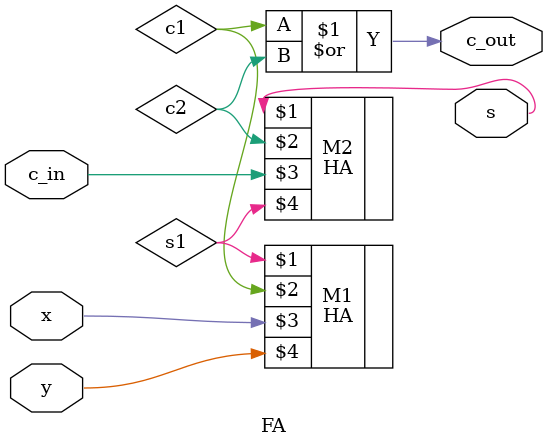
<source format=v>
`timescale 10ns / 1ps

module FA(s, c_out, x, y, c_in);
input x, y, c_in;
output s, c_out;
wire s1, c1, c2;

HA	M1(s1,c1,x,y);
HA	M2(s,c2,c_in,s1);
or	(c_out,c1,c2);

endmodule


</source>
